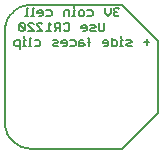
<source format=gbo>
G75*
G70*
%OFA0B0*%
%FSLAX24Y24*%
%IPPOS*%
%LPD*%
%AMOC8*
5,1,8,0,0,1.08239X$1,22.5*
%
%ADD10C,0.0050*%
D10*
X003200Y007750D02*
X006200Y007750D01*
X007400Y008950D01*
X007400Y011350D01*
X006200Y012550D01*
X003200Y012550D01*
X003232Y012445D02*
X003232Y012175D01*
X003277Y012175D02*
X003187Y012175D01*
X003080Y012175D02*
X002990Y012175D01*
X003035Y012175D02*
X003035Y012445D01*
X003080Y012445D01*
X003232Y012445D02*
X003277Y012445D01*
X003391Y012310D02*
X003391Y012265D01*
X003571Y012265D01*
X003571Y012220D02*
X003571Y012310D01*
X003526Y012355D01*
X003436Y012355D01*
X003391Y012310D01*
X003436Y012175D02*
X003526Y012175D01*
X003571Y012220D01*
X003686Y012175D02*
X003821Y012175D01*
X003866Y012220D01*
X003866Y012310D01*
X003821Y012355D01*
X003686Y012355D01*
X003767Y011945D02*
X003767Y011675D01*
X003857Y011675D02*
X003677Y011675D01*
X003562Y011675D02*
X003382Y011855D01*
X003382Y011900D01*
X003427Y011945D01*
X003517Y011945D01*
X003562Y011900D01*
X003562Y011675D02*
X003382Y011675D01*
X003268Y011675D02*
X003088Y011855D01*
X003088Y011900D01*
X003133Y011945D01*
X003223Y011945D01*
X003268Y011900D01*
X003268Y011675D02*
X003088Y011675D01*
X002300Y011650D02*
X002302Y011709D01*
X002308Y011767D01*
X002317Y011826D01*
X002331Y011883D01*
X002348Y011939D01*
X002369Y011994D01*
X002393Y012048D01*
X002421Y012100D01*
X002452Y012150D01*
X002486Y012198D01*
X002523Y012243D01*
X002564Y012286D01*
X002607Y012327D01*
X002652Y012364D01*
X002700Y012398D01*
X002750Y012429D01*
X002802Y012457D01*
X002856Y012481D01*
X002911Y012502D01*
X002967Y012519D01*
X003024Y012533D01*
X003083Y012542D01*
X003141Y012548D01*
X003200Y012550D01*
X002928Y011945D02*
X002838Y011945D01*
X002793Y011900D01*
X002973Y011720D01*
X002928Y011675D01*
X002838Y011675D01*
X002793Y011720D01*
X002793Y011900D01*
X002928Y011945D02*
X002973Y011900D01*
X002973Y011720D01*
X002955Y011490D02*
X002955Y011445D01*
X002955Y011355D02*
X002955Y011175D01*
X003000Y011175D02*
X002910Y011175D01*
X002803Y011175D02*
X002668Y011175D01*
X002623Y011220D01*
X002623Y011310D01*
X002668Y011355D01*
X002803Y011355D01*
X002803Y011085D01*
X002955Y011355D02*
X003000Y011355D01*
X003151Y011445D02*
X003151Y011175D01*
X003196Y011175D02*
X003106Y011175D01*
X003311Y011175D02*
X003446Y011175D01*
X003491Y011220D01*
X003491Y011310D01*
X003446Y011355D01*
X003311Y011355D01*
X003196Y011445D02*
X003151Y011445D01*
X003767Y011945D02*
X003857Y011855D01*
X003972Y011810D02*
X004017Y011765D01*
X004152Y011765D01*
X004152Y011675D02*
X004152Y011945D01*
X004017Y011945D01*
X003972Y011900D01*
X003972Y011810D01*
X004062Y011765D02*
X003972Y011675D01*
X004035Y011355D02*
X003900Y011355D01*
X003945Y011265D02*
X004035Y011265D01*
X004080Y011310D01*
X004035Y011355D01*
X003945Y011265D02*
X003900Y011220D01*
X003945Y011175D01*
X004080Y011175D01*
X004195Y011265D02*
X004375Y011265D01*
X004375Y011220D02*
X004375Y011310D01*
X004330Y011355D01*
X004240Y011355D01*
X004195Y011310D01*
X004195Y011265D01*
X004240Y011175D02*
X004330Y011175D01*
X004375Y011220D01*
X004489Y011175D02*
X004625Y011175D01*
X004670Y011220D01*
X004670Y011310D01*
X004625Y011355D01*
X004489Y011355D01*
X004401Y011675D02*
X004311Y011675D01*
X004266Y011720D01*
X004401Y011675D02*
X004446Y011720D01*
X004446Y011900D01*
X004401Y011945D01*
X004311Y011945D01*
X004266Y011900D01*
X004275Y012175D02*
X004275Y012310D01*
X004320Y012355D01*
X004455Y012355D01*
X004455Y012175D01*
X004562Y012175D02*
X004652Y012175D01*
X004607Y012175D02*
X004607Y012355D01*
X004652Y012355D01*
X004607Y012445D02*
X004607Y012490D01*
X004766Y012310D02*
X004811Y012355D01*
X004901Y012355D01*
X004946Y012310D01*
X004946Y012220D01*
X004901Y012175D01*
X004811Y012175D01*
X004766Y012220D01*
X004766Y012310D01*
X004901Y011855D02*
X004856Y011810D01*
X004856Y011765D01*
X005036Y011765D01*
X005036Y011720D02*
X005036Y011810D01*
X004991Y011855D01*
X004901Y011855D01*
X004901Y011675D02*
X004991Y011675D01*
X005036Y011720D01*
X005150Y011720D02*
X005195Y011765D01*
X005285Y011765D01*
X005330Y011810D01*
X005285Y011855D01*
X005150Y011855D01*
X005150Y011720D02*
X005195Y011675D01*
X005330Y011675D01*
X005445Y011720D02*
X005445Y011945D01*
X005625Y011945D02*
X005625Y011720D01*
X005580Y011675D01*
X005490Y011675D01*
X005445Y011720D01*
X005615Y011355D02*
X005570Y011310D01*
X005570Y011265D01*
X005750Y011265D01*
X005750Y011220D02*
X005750Y011310D01*
X005705Y011355D01*
X005615Y011355D01*
X005615Y011175D02*
X005705Y011175D01*
X005750Y011220D01*
X005864Y011175D02*
X005864Y011445D01*
X005864Y011355D02*
X006000Y011355D01*
X006045Y011310D01*
X006045Y011220D01*
X006000Y011175D01*
X005864Y011175D01*
X006151Y011175D02*
X006241Y011175D01*
X006196Y011175D02*
X006196Y011355D01*
X006241Y011355D01*
X006196Y011445D02*
X006196Y011490D01*
X006356Y011355D02*
X006491Y011355D01*
X006536Y011310D01*
X006491Y011265D01*
X006401Y011265D01*
X006356Y011220D01*
X006401Y011175D01*
X006536Y011175D01*
X006945Y011310D02*
X007125Y011310D01*
X007035Y011400D02*
X007035Y011220D01*
X006080Y012175D02*
X006125Y012220D01*
X006080Y012175D02*
X005990Y012175D01*
X005945Y012220D01*
X005945Y012265D01*
X005990Y012310D01*
X006035Y012310D01*
X005990Y012310D02*
X005945Y012355D01*
X005945Y012400D01*
X005990Y012445D01*
X006080Y012445D01*
X006125Y012400D01*
X005830Y012445D02*
X005830Y012265D01*
X005740Y012175D01*
X005650Y012265D01*
X005650Y012445D01*
X005241Y012310D02*
X005241Y012220D01*
X005196Y012175D01*
X005061Y012175D01*
X005061Y012355D02*
X005196Y012355D01*
X005241Y012310D01*
X005071Y011445D02*
X005116Y011400D01*
X005116Y011175D01*
X005161Y011310D02*
X005071Y011310D01*
X004964Y011220D02*
X004919Y011265D01*
X004784Y011265D01*
X004784Y011310D02*
X004784Y011175D01*
X004919Y011175D01*
X004964Y011220D01*
X004919Y011355D02*
X004829Y011355D01*
X004784Y011310D01*
X002300Y008650D02*
X002302Y008591D01*
X002308Y008533D01*
X002317Y008474D01*
X002331Y008417D01*
X002348Y008361D01*
X002369Y008306D01*
X002393Y008252D01*
X002421Y008200D01*
X002452Y008150D01*
X002486Y008102D01*
X002523Y008057D01*
X002564Y008014D01*
X002607Y007973D01*
X002652Y007936D01*
X002700Y007902D01*
X002750Y007871D01*
X002802Y007843D01*
X002856Y007819D01*
X002911Y007798D01*
X002967Y007781D01*
X003024Y007767D01*
X003083Y007758D01*
X003141Y007752D01*
X003200Y007750D01*
X002300Y008650D02*
X002300Y011650D01*
M02*

</source>
